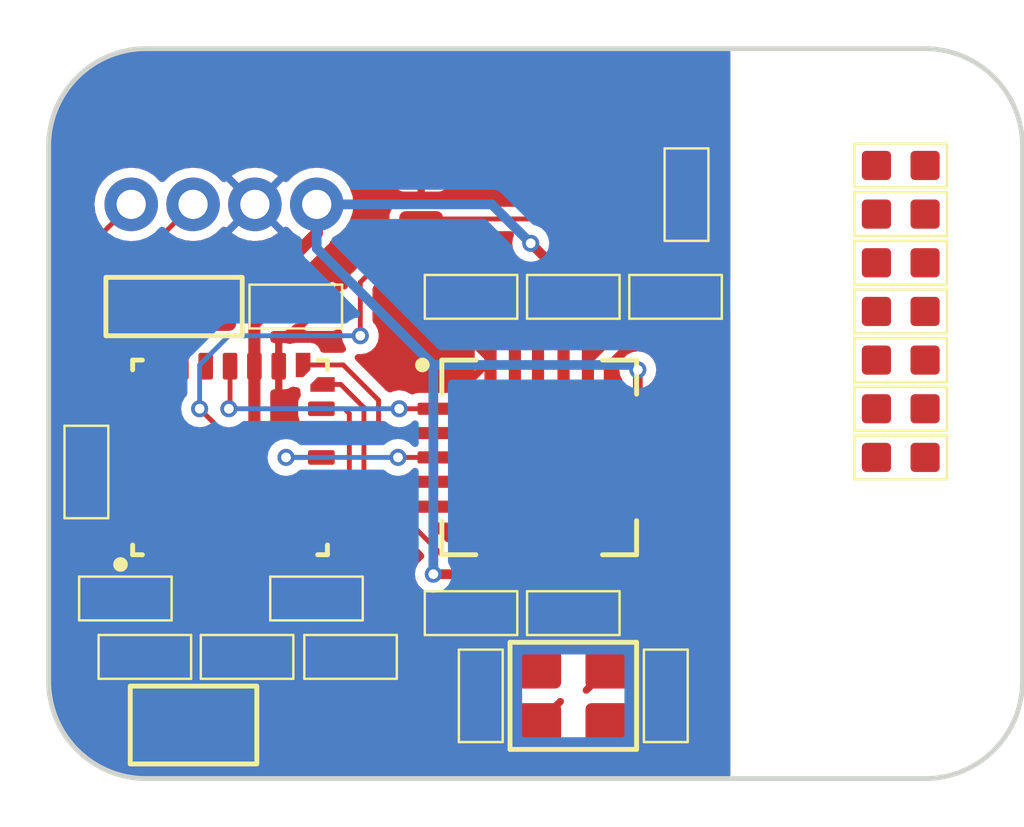
<source format=kicad_pcb>
(kicad_pcb (version 20221018) (generator pcbnew)
  (layers (0 "F.Cu" signal) (1 "In1.Cu" signal) (2 "In2.Cu" signal) (31 "B.Cu" signal) (34 "B.Paste" user) (35 "F.Paste" user) (36 "B.SilkS" user "B.Silkscreen") (37 "F.SilkS" user "F.Silkscreen") (38 "B.Mask" user) (39 "F.Mask" user) (44 "Edge.Cuts" user))
  (net 0 "")
  (net 3 "GND")
  (net 10 "+BATT")
  (net 11 "Net-(U2-VDD_PA)")
  (net 12 "/IRQ")
  (net 13 "/CE")
  (net 14 "/CS")
  (net 15 "/SCK")
  (net 16 "/MISO")
  (net 17 "/MOSI")
  (net 18 "/SWDIO")
  (net 19 "/SWCLK")
  (net 20 "Net-(C16-Pad1)")
  (net 21 "Antenna")
  (net 22 "Net-(U2-ANT2)")
  (net 23 "Net-(U2-ANT1)")
  (net 24 "/NRST")
  (net 25 "/DVDD")
  (net 26 "/OSC32_IN")
  (net 27 "/OSC32_OUT")
  (net 28 "/OSC16_1")
  (net 29 "/OSC16_2")
  (net 30 "/BOOT0")
  (net 31 "/IREF")
  (footprint "Kylian:[0402] Resistor" (layer "F.Cu") (at 96.77475 88.60025 180)
    (fp_text reference "R3" hide)
    (fp_text value "1M" hide)
    (fp_line (start -0.95 -0.45) (end 0.95 -0.45) (stroke (width 0.05)) (layer "F.SilkS"))
    (fp_line (start -0.95 0.45) (end -0.95 -0.45) (stroke (width 0.05)) (layer "F.SilkS"))
    (fp_line (start 0.95 -0.45) (end 0.95 0.45) (stroke (width 0.05)) (layer "F.SilkS"))
    (fp_line (start 0.95 0.45) (end -0.95 0.45) (stroke (width 0.05)) (layer "F.SilkS"))
    (pad "1" smd roundrect (at -0.5 0 180) (size 0.6 0.6) (layers "F.Cu" "F.Paste" "F.Mask") (roundrect_rratio 0.15) (net 29 "/OSC16_2"))
    (pad "2" smd roundrect (at 0.5 0 180) (size 0.6 0.6) (layers "F.Cu" "F.Paste" "F.Mask") (roundrect_rratio 0.15) (net 28 "/OSC16_1"))
  )
  (footprint "Kylian:[0402] Resistor" (layer "F.Cu") (at 98.87475 82.10025 180)
    (fp_text reference "R2" hide)
    (fp_text value "22k" hide)
    (fp_line (start -0.95 -0.45) (end 0.95 -0.45) (stroke (width 0.05)) (layer "F.SilkS"))
    (fp_line (start -0.95 0.45) (end -0.95 -0.45) (stroke (width 0.05)) (layer "F.SilkS"))
    (fp_line (start 0.95 -0.45) (end 0.95 0.45) (stroke (width 0.05)) (layer "F.SilkS"))
    (fp_line (start 0.95 0.45) (end -0.95 0.45) (stroke (width 0.05)) (layer "F.SilkS"))
    (pad "1" smd roundrect (at -0.5 0 180) (size 0.6 0.6) (layers "F.Cu" "F.Paste" "F.Mask") (roundrect_rratio 0.15) (net 3 "GND"))
    (pad "2" smd roundrect (at 0.5 0 180) (size 0.6 0.6) (layers "F.Cu" "F.Paste" "F.Mask") (roundrect_rratio 0.15) (net 31 "/IREF"))
  )
  (footprint "Kylian:[0402] Capacitor" (layer "F.Cu") (at 103.5 80.4)
    (fp_text reference "C15" hide)
    (fp_text value "2.2nF" hide)
    (fp_line (start -0.95 -0.45) (end 0.95 -0.45) (stroke (width 0.05)) (layer "F.SilkS"))
    (fp_line (start -0.95 0.45) (end -0.95 -0.45) (stroke (width 0.05)) (layer "F.SilkS"))
    (fp_line (start 0.95 -0.45) (end 0.95 0.45) (stroke (width 0.05)) (layer "F.SilkS"))
    (fp_line (start 0.95 0.45) (end -0.95 0.45) (stroke (width 0.05)) (layer "F.SilkS"))
    (pad "1" smd roundrect (at -0.5 0) (size 0.6 0.6) (layers "F.Cu" "F.Paste" "F.Mask") (roundrect_rratio 0.15) (net 3 "GND"))
    (pad "2" smd roundrect (at 0.5 0) (size 0.6 0.6) (layers "F.Cu" "F.Paste" "F.Mask") (roundrect_rratio 0.15) (net 11 "Net-(U2-VDD_PA)"))
  )
  (footprint "Kylian:[0402] Capacitor" (layer "F.Cu") (at 94.87475 90.30025 90)
    (fp_text reference "C12" hide)
    (fp_text value "16pF" hide)
    (fp_line (start -0.95 -0.45) (end 0.95 -0.45) (stroke (width 0.05)) (layer "F.SilkS"))
    (fp_line (start -0.95 0.45) (end -0.95 -0.45) (stroke (width 0.05)) (layer "F.SilkS"))
    (fp_line (start 0.95 -0.45) (end 0.95 0.45) (stroke (width 0.05)) (layer "F.SilkS"))
    (fp_line (start 0.95 0.45) (end -0.95 0.45) (stroke (width 0.05)) (layer "F.SilkS"))
    (pad "1" smd roundrect (at -0.5 0 90) (size 0.6 0.6) (layers "F.Cu" "F.Paste" "F.Mask") (roundrect_rratio 0.15) (net 3 "GND"))
    (pad "2" smd roundrect (at 0.5 0 90) (size 0.6 0.6) (layers "F.Cu" "F.Paste" "F.Mask") (roundrect_rratio 0.15) (net 28 "/OSC16_1"))
  )
  (footprint "Kylian:[0402] Capacitor" (layer "F.Cu") (at 103.5 79.4)
    (fp_text reference "C14" hide)
    (fp_text value "4.7pF" hide)
    (fp_line (start -0.95 -0.45) (end 0.95 -0.45) (stroke (width 0.05)) (layer "F.SilkS"))
    (fp_line (start -0.95 0.45) (end -0.95 -0.45) (stroke (width 0.05)) (layer "F.SilkS"))
    (fp_line (start 0.95 -0.45) (end 0.95 0.45) (stroke (width 0.05)) (layer "F.SilkS"))
    (fp_line (start 0.95 0.45) (end -0.95 0.45) (stroke (width 0.05)) (layer "F.SilkS"))
    (pad "1" smd roundrect (at -0.5 0) (size 0.6 0.6) (layers "F.Cu" "F.Paste" "F.Mask") (roundrect_rratio 0.15) (net 3 "GND"))
    (pad "2" smd roundrect (at 0.5 0) (size 0.6 0.6) (layers "F.Cu" "F.Paste" "F.Mask") (roundrect_rratio 0.15) (net 11 "Net-(U2-VDD_PA)"))
  )
  (footprint "Kylian:[0402] Inductor" (layer "F.Cu") (at 103.5 84.4)
    (fp_text reference "L2" hide)
    (fp_text value "3.9nH" hide)
    (fp_line (start -0.95 -0.45) (end 0.95 -0.45) (stroke (width 0.05)) (layer "F.SilkS"))
    (fp_line (start -0.95 0.45) (end -0.95 -0.45) (stroke (width 0.05)) (layer "F.SilkS"))
    (fp_line (start 0.95 -0.45) (end 0.95 0.45) (stroke (width 0.05)) (layer "F.SilkS"))
    (fp_line (start 0.95 0.45) (end -0.95 0.45) (stroke (width 0.05)) (layer "F.SilkS"))
    (pad "1" smd roundrect (at -0.5 0) (size 0.6 0.6) (layers "F.Cu" "F.Paste" "F.Mask") (roundrect_rratio 0.15) (net 22 "Net-(U2-ANT2)"))
    (pad "2" smd roundrect (at 0.5 0) (size 0.6 0.6) (layers "F.Cu" "F.Paste" "F.Mask") (roundrect_rratio 0.15) (net 20 "Net-(C16-Pad1)"))
  )
  (footprint "Kylian:[0402] Capacitor" (layer "F.Cu") (at 87.57475 88.3)
    (fp_text reference "C4" hide)
    (fp_text value "100nF" hide)
    (fp_line (start -0.95 -0.45) (end 0.95 -0.45) (stroke (width 0.05)) (layer "F.SilkS"))
    (fp_line (start -0.95 0.45) (end -0.95 -0.45) (stroke (width 0.05)) (layer "F.SilkS"))
    (fp_line (start 0.95 -0.45) (end 0.95 0.45) (stroke (width 0.05)) (layer "F.SilkS"))
    (fp_line (start 0.95 0.45) (end -0.95 0.45) (stroke (width 0.05)) (layer "F.SilkS"))
    (pad "1" smd roundrect (at -0.5 0) (size 0.6 0.6) (layers "F.Cu" "F.Paste" "F.Mask") (roundrect_rratio 0.15) (net 3 "GND"))
    (pad "2" smd roundrect (at 0.5 0) (size 0.6 0.6) (layers "F.Cu" "F.Paste" "F.Mask") (roundrect_rratio 0.15) (net 10 "+BATT"))
  )
  (footprint "Kylian:[0402] Capacitor" (layer "F.Cu") (at 98.67475 90.30025 90)
    (fp_text reference "C13" hide)
    (fp_text value "16pF" hide)
    (fp_line (start -0.95 -0.45) (end 0.95 -0.45) (stroke (width 0.05)) (layer "F.SilkS"))
    (fp_line (start -0.95 0.45) (end -0.95 -0.45) (stroke (width 0.05)) (layer "F.SilkS"))
    (fp_line (start 0.95 -0.45) (end 0.95 0.45) (stroke (width 0.05)) (layer "F.SilkS"))
    (fp_line (start 0.95 0.45) (end -0.95 0.45) (stroke (width 0.05)) (layer "F.SilkS"))
    (pad "1" smd roundrect (at -0.5 0 90) (size 0.6 0.6) (layers "F.Cu" "F.Paste" "F.Mask") (roundrect_rratio 0.15) (net 3 "GND"))
    (pad "2" smd roundrect (at 0.5 0 90) (size 0.6 0.6) (layers "F.Cu" "F.Paste" "F.Mask") (roundrect_rratio 0.15) (net 29 "/OSC16_2"))
  )
  (footprint "Kylian:[0402] Capacitor" (layer "F.Cu") (at 92.2 89.5 180)
    (fp_text reference "C5" hide)
    (fp_text value "1uF" hide)
    (fp_line (start -0.95 -0.45) (end 0.95 -0.45) (stroke (width 0.05)) (layer "F.SilkS"))
    (fp_line (start -0.95 0.45) (end -0.95 -0.45) (stroke (width 0.05)) (layer "F.SilkS"))
    (fp_line (start 0.95 -0.45) (end 0.95 0.45) (stroke (width 0.05)) (layer "F.SilkS"))
    (fp_line (start 0.95 0.45) (end -0.95 0.45) (stroke (width 0.05)) (layer "F.SilkS"))
    (pad "1" smd roundrect (at -0.5 0 180) (size 0.6 0.6) (layers "F.Cu" "F.Paste" "F.Mask") (roundrect_rratio 0.15) (net 3 "GND"))
    (pad "2" smd roundrect (at 0.5 0 180) (size 0.6 0.6) (layers "F.Cu" "F.Paste" "F.Mask") (roundrect_rratio 0.15) (net 10 "+BATT"))
  )
  (footprint "Kylian:[0402] Resistor" (layer "F.Cu") (at 86.77475 85.70025 -90)
    (fp_text reference "R1" hide)
    (fp_text value "10k" hide)
    (fp_line (start -0.95 -0.45) (end 0.95 -0.45) (stroke (width 0.05)) (layer "F.SilkS"))
    (fp_line (start -0.95 0.45) (end -0.95 -0.45) (stroke (width 0.05)) (layer "F.SilkS"))
    (fp_line (start 0.95 -0.45) (end 0.95 0.45) (stroke (width 0.05)) (layer "F.SilkS"))
    (fp_line (start 0.95 0.45) (end -0.95 0.45) (stroke (width 0.05)) (layer "F.SilkS"))
    (pad "1" smd roundrect (at -0.5 0 270) (size 0.6 0.6) (layers "F.Cu" "F.Paste" "F.Mask") (roundrect_rratio 0.15) (net 3 "GND"))
    (pad "2" smd roundrect (at 0.5 0 270) (size 0.6 0.6) (layers "F.Cu" "F.Paste" "F.Mask") (roundrect_rratio 0.15) (net 30 "/BOOT0"))
  )
  (footprint "Kylian:[0402] Capacitor" (layer "F.Cu") (at 99.1 80 -90)
    (fp_text reference "C1" hide)
    (fp_text value "100nF" hide)
    (fp_line (start -0.95 -0.45) (end 0.95 -0.45) (stroke (width 0.05)) (layer "F.SilkS"))
    (fp_line (start -0.95 0.45) (end -0.95 -0.45) (stroke (width 0.05)) (layer "F.SilkS"))
    (fp_line (start 0.95 -0.45) (end 0.95 0.45) (stroke (width 0.05)) (layer "F.SilkS"))
    (fp_line (start 0.95 0.45) (end -0.95 0.45) (stroke (width 0.05)) (layer "F.SilkS"))
    (pad "1" smd roundrect (at -0.5 0 270) (size 0.6 0.6) (layers "F.Cu" "F.Paste" "F.Mask") (roundrect_rratio 0.15) (net 3 "GND"))
    (pad "2" smd roundrect (at 0.5 0 270) (size 0.6 0.6) (layers "F.Cu" "F.Paste" "F.Mask") (roundrect_rratio 0.15) (net 24 "/NRST"))
  )
  (footprint "Kylian:[0402] Capacitor" (layer "F.Cu") (at 87.97475 89.5)
    (fp_text reference "C10" hide)
    (fp_text value "11pF" hide)
    (fp_line (start -0.95 -0.45) (end 0.95 -0.45) (stroke (width 0.05)) (layer "F.SilkS"))
    (fp_line (start -0.95 0.45) (end -0.95 -0.45) (stroke (width 0.05)) (layer "F.SilkS"))
    (fp_line (start 0.95 -0.45) (end 0.95 0.45) (stroke (width 0.05)) (layer "F.SilkS"))
    (fp_line (start 0.95 0.45) (end -0.95 0.45) (stroke (width 0.05)) (layer "F.SilkS"))
    (pad "1" smd roundrect (at -0.5 0) (size 0.6 0.6) (layers "F.Cu" "F.Paste" "F.Mask") (roundrect_rratio 0.15) (net 3 "GND"))
    (pad "2" smd roundrect (at 0.5 0) (size 0.6 0.6) (layers "F.Cu" "F.Paste" "F.Mask") (roundrect_rratio 0.15) (net 26 "/OSC32_IN"))
  )
  (footprint "Kylian:[QFN20]" (layer "F.Cu") (at 96.07475 85.40025)
    (fp_text reference "U2" hide)
    (fp_text value "~" hide)
    (fp_line (start -2 -2) (end -2 -1.3) (stroke (width 0.1)) (layer "F.SilkS"))
    (fp_line (start -2 -2) (end -1.3 -2) (stroke (width 0.1)) (layer "F.SilkS"))
    (fp_line (start -2 2) (end -2 1.3) (stroke (width 0.1)) (layer "F.SilkS"))
    (fp_line (start -2 2) (end -1.3 2) (stroke (width 0.1)) (layer "F.SilkS"))
    (fp_line (start 2 -2) (end 1.3 -2) (stroke (width 0.1)) (layer "F.SilkS"))
    (fp_line (start 2 -2) (end 2 -1.3) (stroke (width 0.1)) (layer "F.SilkS"))
    (fp_line (start 2 2) (end 1.3 2) (stroke (width 0.1)) (layer "F.SilkS"))
    (fp_line (start 2 2) (end 2 1.3) (stroke (width 0.1)) (layer "F.SilkS"))
    (fp_circle (center -2.4 -1.9) (end -2.3 -1.9) (stroke (width 0.1)) (fill solid) (layer "F.SilkS"))
    (pad "0" smd roundrect (at 0 0) (size 2.7 2.7) (layers "F.Cu" "F.Paste" "F.Mask") (roundrect_rratio 0.05) (net 3 "GND"))
    (pad "1" smd roundrect (at -2 -1) (size 1 0.25) (layers "F.Cu" "F.Paste" "F.Mask") (roundrect_rratio 0.15) (net 13 "/CE"))
    (pad "2" smd roundrect (at -2 -0.5) (size 1 0.25) (layers "F.Cu" "F.Paste" "F.Mask") (roundrect_rratio 0.15) (net 14 "/CS"))
    (pad "3" smd roundrect (at -2 0) (size 1 0.25) (layers "F.Cu" "F.Paste" "F.Mask") (roundrect_rratio 0.15) (net 15 "/SCK"))
    (pad "4" smd roundrect (at -2 0.5) (size 1 0.25) (layers "F.Cu" "F.Paste" "F.Mask") (roundrect_rratio 0.15) (net 16 "/MISO"))
    (pad "5" smd roundrect (at -2 1.0125) (size 1 0.25) (layers "F.Cu" "F.Paste" "F.Mask") (roundrect_rratio 0.15) (net 17 "/MOSI"))
    (pad "6" smd roundrect (at -1 2) (size 0.25 1) (layers "F.Cu" "F.Paste" "F.Mask") (roundrect_rratio 0.15) (net 12 "/IRQ"))
    (pad "7" smd roundrect (at -0.5 2) (size 0.25 1) (layers "F.Cu" "F.Paste" "F.Mask") (roundrect_rratio 0.15) (net 10 "+BATT"))
    (pad "8" smd roundrect (at 0 2) (size 0.25 1) (layers "F.Cu" "F.Paste" "F.Mask") (roundrect_rratio 0.15) (net 3 "GND"))
    (pad "9" smd roundrect (at 0.5 2) (size 0.25 1) (layers "F.Cu" "F.Paste" "F.Mask") (roundrect_rratio 0.15) (net 28 "/OSC16_1"))
    (pad "10" smd roundrect (at 1 2) (size 0.25 1) (layers "F.Cu" "F.Paste" "F.Mask") (roundrect_rratio 0.15) (net 29 "/OSC16_2"))
    (pad "11" smd roundrect (at 2 1) (size 1 0.25) (layers "F.Cu" "F.Paste" "F.Mask") (roundrect_rratio 0.15) (net 11 "Net-(U2-VDD_PA)"))
    (pad "12" smd roundrect (at 2 0.5) (size 1 0.25) (layers "F.Cu" "F.Paste" "F.Mask") (roundrect_rratio 0.15) (net 23 "Net-(U2-ANT1)"))
    (pad "13" smd roundrect (at 2 0) (size 1 0.25) (layers "F.Cu" "F.Paste" "F.Mask") (roundrect_rratio 0.15) (net 22 "Net-(U2-ANT2)"))
    (pad "14" smd roundrect (at 2 -0.5) (size 1 0.25) (layers "F.Cu" "F.Paste" "F.Mask") (roundrect_rratio 0.15) (net 3 "GND"))
    (pad "15" smd roundrect (at 2 -1) (size 1 0.25) (layers "F.Cu" "F.Paste" "F.Mask") (roundrect_rratio 0.15) (net 10 "+BATT"))
    (pad "16" smd roundrect (at 1 -2) (size 0.25 1) (layers "F.Cu" "F.Paste" "F.Mask") (roundrect_rratio 0.15) (net 31 "/IREF"))
    (pad "17" smd roundrect (at 0.5 -2) (size 0.25 1) (layers "F.Cu" "F.Paste" "F.Mask") (roundrect_rratio 0.15) (net 3 "GND"))
    (pad "18" smd roundrect (at -0.025 -2) (size 0.25 1) (layers "F.Cu" "F.Paste" "F.Mask") (roundrect_rratio 0.15) (net 10 "+BATT"))
    (pad "19" smd roundrect (at -0.5 -2) (size 0.25 1) (layers "F.Cu" "F.Paste" "F.Mask") (roundrect_rratio 0.15) (net 25 "/DVDD"))
    (pad "20" smd roundrect (at -1 -2) (size 0.25 1) (layers "F.Cu" "F.Paste" "F.Mask") (roundrect_rratio 0.15) (net 3 "GND"))
  )
  (footprint "Kylian:[0402] Capacitor" (layer "F.Cu") (at 91.07475 82.30025 180)
    (fp_text reference "C3" hide)
    (fp_text value "100nF" hide)
    (fp_line (start -0.95 -0.45) (end 0.95 -0.45) (stroke (width 0.05)) (layer "F.SilkS"))
    (fp_line (start -0.95 0.45) (end -0.95 -0.45) (stroke (width 0.05)) (layer "F.SilkS"))
    (fp_line (start 0.95 -0.45) (end 0.95 0.45) (stroke (width 0.05)) (layer "F.SilkS"))
    (fp_line (start 0.95 0.45) (end -0.95 0.45) (stroke (width 0.05)) (layer "F.SilkS"))
    (pad "1" smd roundrect (at -0.5 0 180) (size 0.6 0.6) (layers "F.Cu" "F.Paste" "F.Mask") (roundrect_rratio 0.15) (net 3 "GND"))
    (pad "2" smd roundrect (at 0.5 0 180) (size 0.6 0.6) (layers "F.Cu" "F.Paste" "F.Mask") (roundrect_rratio 0.15) (net 10 "+BATT"))
  )
  (footprint "Kylian:[SW] 4.1mmx2.8mm" (layer "F.Cu") (at 95.7 79.2375)
    (fp_text reference "S1" hide)
    (fp_text value "RESET" hide)
    (pad "1" smd roundrect (at -2.05 0) (size 0.9 1) (layers "F.Cu" "F.Paste" "F.Mask") (roundrect_rratio 0.15) (net 3 "GND"))
    (pad "1" smd roundrect (at 2.05 0) (size 0.9 1) (layers "F.Cu" "F.Paste" "F.Mask") (roundrect_rratio 0.15) (net 3 "GND"))
    (pad "2" smd roundrect (at -2.05 1.6) (size 0.9 1) (layers "F.Cu" "F.Paste" "F.Mask") (roundrect_rratio 0.15) (net 24 "/NRST"))
    (pad "2" smd roundrect (at 2.05 1.6) (size 0.9 1) (layers "F.Cu" "F.Paste" "F.Mask") (roundrect_rratio 0.15) (net 24 "/NRST"))
    (pad "3" smd roundrect (at 0 -0.625) (size 1.7 0.55) (layers "F.Cu" "F.Paste" "F.Mask") (roundrect_rratio 0.15) (net 3 "GND"))
  )
  (footprint "Kylian:[0402] Capacitor" (layer "F.Cu") (at 94.67475 88.60025)
    (fp_text reference "C8" hide)
    (fp_text value "10nF" hide)
    (fp_line (start -0.95 -0.45) (end 0.95 -0.45) (stroke (width 0.05)) (layer "F.SilkS"))
    (fp_line (start -0.95 0.45) (end -0.95 -0.45) (stroke (width 0.05)) (layer "F.SilkS"))
    (fp_line (start 0.95 -0.45) (end 0.95 0.45) (stroke (width 0.05)) (layer "F.SilkS"))
    (fp_line (start 0.95 0.45) (end -0.95 0.45) (stroke (width 0.05)) (layer "F.SilkS"))
    (pad "1" smd roundrect (at -0.5 0) (size 0.6 0.6) (layers "F.Cu" "F.Paste" "F.Mask") (roundrect_rratio 0.15) (net 3 "GND"))
    (pad "2" smd roundrect (at 0.5 0) (size 0.6 0.6) (layers "F.Cu" "F.Paste" "F.Mask") (roundrect_rratio 0.15) (net 10 "+BATT"))
  )
  (footprint "Kylian:[Header] 1.27mm 4-Position" (layer "F.Cu") (at 89.6 80.2)
    (fp_text reference "J1" hide)
    (fp_text value "[Header]_4-Pos_1.27mm" hide)
    (pad "1" thru_hole circle (at -1.905 0) (size 1.1 1.1) (drill 0.6) (layers "*.Cu" "*.Mask") (net 19 "/SWCLK"))
    (pad "2" thru_hole circle (at -0.635 0) (size 1.1 1.1) (drill 0.6) (layers "*.Cu" "*.Mask") (net 18 "/SWDIO"))
    (pad "3" thru_hole circle (at 0.635 0) (size 1.1 1.1) (drill 0.6) (layers "*.Cu" "*.Mask") (net 3 "GND"))
    (pad "4" thru_hole circle (at 1.905 0) (size 1.1 1.1) (drill 0.6) (layers "*.Cu" "*.Mask") (net 10 "+BATT"))
  )
  (footprint "Kylian:[0402] Capacitor" (layer "F.Cu") (at 103.5 81.4)
    (fp_text reference "C16" hide)
    (fp_text value "1.5pF" hide)
    (fp_line (start -0.95 -0.45) (end 0.95 -0.45) (stroke (width 0.05)) (layer "F.SilkS"))
    (fp_line (start -0.95 0.45) (end -0.95 -0.45) (stroke (width 0.05)) (layer "F.SilkS"))
    (fp_line (start 0.95 -0.45) (end 0.95 0.45) (stroke (width 0.05)) (layer "F.SilkS"))
    (fp_line (start 0.95 0.45) (end -0.95 0.45) (stroke (width 0.05)) (layer "F.SilkS"))
    (pad "1" smd roundrect (at -0.5 0) (size 0.6 0.6) (layers "F.Cu" "F.Paste" "F.Mask") (roundrect_rratio 0.15) (net 20 "Net-(C16-Pad1)"))
    (pad "2" smd roundrect (at 0.5 0) (size 0.6 0.6) (layers "F.Cu" "F.Paste" "F.Mask") (roundrect_rratio 0.15) (net 21 "Antenna"))
  )
  (footprint "Kylian:[0402] Capacitor" (layer "F.Cu") (at 103.5 82.4)
    (fp_text reference "C17" hide)
    (fp_text value "1pF" hide)
    (fp_line (start -0.95 -0.45) (end 0.95 -0.45) (stroke (width 0.05)) (layer "F.SilkS"))
    (fp_line (start -0.95 0.45) (end -0.95 -0.45) (stroke (width 0.05)) (layer "F.SilkS"))
    (fp_line (start 0.95 -0.45) (end 0.95 0.45) (stroke (width 0.05)) (layer "F.SilkS"))
    (fp_line (start 0.95 0.45) (end -0.95 0.45) (stroke (width 0.05)) (layer "F.SilkS"))
    (pad "1" smd roundrect (at -0.5 0) (size 0.6 0.6) (layers "F.Cu" "F.Paste" "F.Mask") (roundrect_rratio 0.15) (net 3 "GND"))
    (pad "2" smd roundrect (at 0.5 0) (size 0.6 0.6) (layers "F.Cu" "F.Paste" "F.Mask") (roundrect_rratio 0.15) (net 21 "Antenna"))
  )
  (footprint "Kylian:[0402] Capacitor" (layer "F.Cu") (at 94.67475 82.10025)
    (fp_text reference "C9" hide)
    (fp_text value "33nF" hide)
    (fp_line (start -0.95 -0.45) (end 0.95 -0.45) (stroke (width 0.05)) (layer "F.SilkS"))
    (fp_line (start -0.95 0.45) (end -0.95 -0.45) (stroke (width 0.05)) (layer "F.SilkS"))
    (fp_line (start 0.95 -0.45) (end 0.95 0.45) (stroke (width 0.05)) (layer "F.SilkS"))
    (fp_line (start 0.95 0.45) (end -0.95 0.45) (stroke (width 0.05)) (layer "F.SilkS"))
    (pad "1" smd roundrect (at -0.5 0) (size 0.6 0.6) (layers "F.Cu" "F.Paste" "F.Mask") (roundrect_rratio 0.15) (net 3 "GND"))
    (pad "2" smd roundrect (at 0.5 0) (size 0.6 0.6) (layers "F.Cu" "F.Paste" "F.Mask") (roundrect_rratio 0.15) (net 25 "/DVDD"))
  )
  (footprint "Kylian:[UFQFPN28]" (layer "F.Cu") (at 89.47475 85.40025 90)
    (fp_text reference "U1" hide)
    (fp_text value "~" hide)
    (fp_line (start -2 -1.75) (end -1.8 -1.75) (stroke (width 0.1)) (layer "F.SilkS"))
    (fp_line (start -2 -1.55) (end -2 -1.75) (stroke (width 0.1)) (layer "F.SilkS"))
    (fp_line (start -2 2.25) (end -2 2.05) (stroke (width 0.1)) (layer "F.SilkS"))
    (fp_line (start -1.8 2.25) (end -2 2.25) (stroke (width 0.1)) (layer "F.SilkS"))
    (fp_line (start 1.8 2.25) (end 2 2.25) (stroke (width 0.1)) (layer "F.SilkS"))
    (fp_line (start 2 -1.75) (end 1.8 -1.75) (stroke (width 0.1)) (layer "F.SilkS"))
    (fp_line (start 2 -1.75) (end 2 -1.55) (stroke (width 0.1)) (layer "F.SilkS"))
    (fp_line (start 2 2.25) (end 2 2.05) (stroke (width 0.1)) (layer "F.SilkS"))
    (fp_circle (center -2.2 -2) (end -2.1 -2) (stroke (width 0.1)) (fill solid) (layer "F.SilkS"))
    (pad "1" smd custom (at -1.9 -1.25 90) (size 0.3 0.3) (layers "F.Cu" "F.Paste" "F.Mask") (net 10 "+BATT") (options (clearance outline) (anchor circle)) (primitives (gr_poly (pts (xy -0.25 -0.15) (xy 0.1 -0.15) (xy 0.25 0) (xy 0.25 0.15) (xy -0.25 0.15)) (width 0.001) (fill yes))))
    (pad "2" smd roundrect (at -1.875 -0.75) (size 0.3 0.55) (layers "F.Cu" "F.Paste" "F.Mask") (roundrect_rratio 0.15) (net 26 "/OSC32_IN"))
    (pad "3" smd roundrect (at -1.875 -0.25) (size 0.3 0.55) (layers "F.Cu" "F.Paste" "F.Mask") (roundrect_rratio 0.15) (net 27 "/OSC32_OUT"))
    (pad "4" smd roundrect (at -1.875 0.25) (size 0.3 0.55) (layers "F.Cu" "F.Paste" "F.Mask") (roundrect_rratio 0.15) (net 24 "/NRST"))
    (pad "5" smd roundrect (at -1.875 0.75) (size 0.3 0.55) (layers "F.Cu" "F.Paste" "F.Mask") (roundrect_rratio 0.15) (net 10 "+BATT"))
    (pad "6" smd roundrect (at -1.875 1.25) (size 0.3 0.55) (layers "F.Cu" "F.Paste" "F.Mask") (roundrect_rratio 0.15))
    (pad "7" smd custom (at -1.9 1.75 90) (size 0.3 0.3) (layers "F.Cu" "F.Paste" "F.Mask") (options (clearance outline) (anchor circle)) (primitives (gr_poly (pts (xy -0.25 -0.15) (xy 0.25 -0.15) (xy 0.25 0) (xy 0.1 0.15) (xy -0.25 0.15)) (width 0.001) (fill yes))))
    (pad "8" smd custom (at -1.5 2.15 180) (size 0.3 0.3) (layers "F.Cu" "F.Paste" "F.Mask") (net 12 "/IRQ") (options (clearance outline) (anchor circle)) (primitives (gr_poly (pts (xy -0.25 -0.15) (xy 0.1 -0.15) (xy 0.25 0) (xy 0.25 0.15) (xy -0.25 0.15)) (width 0.001) (fill yes))))
    (pad "9" smd roundrect (at -1 2.125 180) (size 0.55 0.3) (layers "F.Cu" "F.Paste" "F.Mask") (roundrect_rratio 0.15))
    (pad "10" smd roundrect (at -0.5 2.125 180) (size 0.55 0.3) (layers "F.Cu" "F.Paste" "F.Mask") (roundrect_rratio 0.15))
    (pad "11" smd roundrect (at 0 2.125 180) (size 0.55 0.3) (layers "F.Cu" "F.Paste" "F.Mask") (roundrect_rratio 0.15) (net 15 "/SCK"))
    (pad "12" smd roundrect (at 0.5 2.125 180) (size 0.55 0.3) (layers "F.Cu" "F.Paste" "F.Mask") (roundrect_rratio 0.15))
    (pad "13" smd roundrect (at 1 2.125 180) (size 0.55 0.3) (layers "F.Cu" "F.Paste" "F.Mask") (roundrect_rratio 0.15) (net 17 "/MOSI"))
    (pad "14" smd custom (at 1.5 2.15 180) (size 0.3 0.3) (layers "F.Cu" "F.Paste" "F.Mask") (net 16 "/MISO") (options (clearance outline) (anchor circle)) (primitives (gr_poly (pts (xy -0.25 -0.15) (xy 0.25 -0.15) (xy 0.25 0) (xy 0.1 0.15) (xy -0.25 0.15)) (width 0.001) (fill yes))))
    (pad "15" smd custom (at 1.9 1.75 270) (size 0.3 0.3) (layers "F.Cu" "F.Paste" "F.Mask") (net 14 "/CS") (options (clearance outline) (anchor circle)) (primitives (gr_poly (pts (xy -0.25 -0.15) (xy 0.1 -0.15) (xy 0.25 0) (xy 0.25 0.15) (xy -0.25 0.15)) (width 0.001) (fill yes))))
    (pad "16" smd roundrect (at 1.875 1.25) (size 0.3 0.55) (layers "F.Cu" "F.Paste" "F.Mask") (roundrect_rratio 0.15) (net 3 "GND"))
    (pad "17" smd roundrect (at 1.875 0.75) (size 0.3 0.55) (layers "F.Cu" "F.Paste" "F.Mask") (roundrect_rratio 0.15) (net 10 "+BATT"))
    (pad "18" smd roundrect (at 1.875 0.25) (size 0.3 0.55) (layers "F.Cu" "F.Paste" "F.Mask") (roundrect_rratio 0.15) (net 13 "/CE"))
    (pad "19" smd roundrect (at 1.875 -0.25) (size 0.3 0.55) (layers "F.Cu" "F.Paste" "F.Mask") (roundrect_rratio 0.15))
    (pad "20" smd roundrect (at 1.875 -0.75) (size 0.3 0.55) (layers "F.Cu" "F.Paste" "F.Mask") (roundrect_rratio 0.15))
    (pad "21" smd custom (at 1.9 -1.25 270) (size 0.3 0.3) (layers "F.Cu" "F.Paste" "F.Mask") (net 18 "/SWDIO") (options (clearance outline) (anchor circle)) (primitives (gr_poly (pts (xy -0.25 -0.15) (xy 0.25 -0.15) (xy 0.25 0) (xy 0.1 0.15) (xy -0.25 0.15)) (width 0.001) (fill yes))))
    (pad "22" smd custom (at 1.5 -1.65) (size 0.3 0.3) (layers "F.Cu" "F.Paste" "F.Mask") (net 19 "/SWCLK") (options (clearance outline) (anchor circle)) (primitives (gr_poly (pts (xy -0.25 -0.15) (xy 0.1 -0.15) (xy 0.25 0) (xy 0.25 0.15) (xy -0.25 0.15)) (width 0.001) (fill yes))))
    (pad "23" smd roundrect (at 1 -1.625 180) (size 0.55 0.3) (layers "F.Cu" "F.Paste" "F.Mask") (roundrect_rratio 0.15))
    (pad "24" smd roundrect (at 0.5 -1.625 180) (size 0.55 0.3) (layers "F.Cu" "F.Paste" "F.Mask") (roundrect_rratio 0.15))
    (pad "25" smd roundrect (at 0 -1.625 180) (size 0.55 0.3) (layers "F.Cu" "F.Paste" "F.Mask") (roundrect_rratio 0.15))
    (pad "26" smd roundrect (at -0.5 -1.625 180) (size 0.55 0.3) (layers "F.Cu" "F.Paste" "F.Mask") (roundrect_rratio 0.15))
    (pad "27" smd roundrect (at -1 -1.625 180) (size 0.55 0.3) (layers "F.Cu" "F.Paste" "F.Mask") (roundrect_rratio 0.15) (net 30 "/BOOT0"))
    (pad "28" smd custom (at -1.5 -1.65) (size 0.3 0.3) (layers "F.Cu" "F.Paste" "F.Mask") (net 3 "GND") (options (clearance outline) (anchor circle)) (primitives (gr_poly (pts (xy -0.25 -0.15) (xy 0.25 -0.15) (xy 0.25 0) (xy 0.1 0.15) (xy -0.25 0.15)) (width 0.001) (fill yes))))
  )
  (footprint "Kylian:[0402] Inductor" (layer "F.Cu") (at 103.5 85.4)
    (fp_text reference "L3" hide)
    (fp_text value "2.7nH" hide)
    (fp_line (start -0.95 -0.45) (end 0.95 -0.45) (stroke (width 0.05)) (layer "F.SilkS"))
    (fp_line (start -0.95 0.45) (end -0.95 -0.45) (stroke (width 0.05)) (layer "F.SilkS"))
    (fp_line (start 0.95 -0.45) (end 0.95 0.45) (stroke (width 0.05)) (layer "F.SilkS"))
    (fp_line (start 0.95 0.45) (end -0.95 0.45) (stroke (width 0.05)) (layer "F.SilkS"))
    (pad "1" smd roundrect (at -0.5 0) (size 0.6 0.6) (layers "F.Cu" "F.Paste" "F.Mask") (roundrect_rratio 0.15) (net 23 "Net-(U2-ANT1)"))
    (pad "2" smd roundrect (at 0.5 0) (size 0.6 0.6) (layers "F.Cu" "F.Paste" "F.Mask") (roundrect_rratio 0.15) (net 11 "Net-(U2-VDD_PA)"))
  )
  (footprint "Kylian:[0603] Capacitor" (layer "F.Cu") (at 88.57475 82.30025)
    (fp_text reference "C6" hide)
    (fp_text value "10uF" hide)
    (fp_rect (start -1.4 -0.6) (end 1.4 0.6) (stroke (width 0.1)) (fill none) (layer "F.SilkS"))
    (pad "1" smd roundrect (at -0.8 0) (size 0.95 1) (layers "F.Cu" "F.Paste" "F.Mask") (roundrect_rratio 0.15) (net 3 "GND"))
    (pad "2" smd roundrect (at 0.8 0) (size 0.95 1) (layers "F.Cu" "F.Paste" "F.Mask") (roundrect_rratio 0.15) (net 10 "+BATT"))
  )
  (footprint "Kylian:[0402] Capacitor" (layer "F.Cu") (at 96.77475 82.10025 180)
    (fp_text reference "C7" hide)
    (fp_text value "1nF" hide)
    (fp_line (start -0.95 -0.45) (end 0.95 -0.45) (stroke (width 0.05)) (layer "F.SilkS"))
    (fp_line (start -0.95 0.45) (end -0.95 -0.45) (stroke (width 0.05)) (layer "F.SilkS"))
    (fp_line (start 0.95 -0.45) (end 0.95 0.45) (stroke (width 0.05)) (layer "F.SilkS"))
    (fp_line (start 0.95 0.45) (end -0.95 0.45) (stroke (width 0.05)) (layer "F.SilkS"))
    (pad "1" smd roundrect (at -0.5 0 180) (size 0.6 0.6) (layers "F.Cu" "F.Paste" "F.Mask") (roundrect_rratio 0.15) (net 3 "GND"))
    (pad "2" smd roundrect (at 0.5 0 180) (size 0.6 0.6) (layers "F.Cu" "F.Paste" "F.Mask") (roundrect_rratio 0.15) (net 10 "+BATT"))
  )
  (footprint "Kylian:[0402] Capacitor" (layer "F.Cu") (at 91.5 88.3 180)
    (fp_text reference "C2" hide)
    (fp_text value "100nF" hide)
    (fp_line (start -0.95 -0.45) (end 0.95 -0.45) (stroke (width 0.05)) (layer "F.SilkS"))
    (fp_line (start -0.95 0.45) (end -0.95 -0.45) (stroke (width 0.05)) (layer "F.SilkS"))
    (fp_line (start 0.95 -0.45) (end 0.95 0.45) (stroke (width 0.05)) (layer "F.SilkS"))
    (fp_line (start 0.95 0.45) (end -0.95 0.45) (stroke (width 0.05)) (layer "F.SilkS"))
    (pad "1" smd roundrect (at -0.5 0 180) (size 0.6 0.6) (layers "F.Cu" "F.Paste" "F.Mask") (roundrect_rratio 0.15) (net 3 "GND"))
    (pad "2" smd roundrect (at 0.5 0 180) (size 0.6 0.6) (layers "F.Cu" "F.Paste" "F.Mask") (roundrect_rratio 0.15) (net 10 "+BATT"))
  )
  (footprint "Kylian:[0402] Inductor" (layer "F.Cu") (at 103.5 83.4)
    (fp_text reference "L1" hide)
    (fp_text value "8.2nH" hide)
    (fp_line (start -0.95 -0.45) (end 0.95 -0.45) (stroke (width 0.05)) (layer "F.SilkS"))
    (fp_line (start -0.95 0.45) (end -0.95 -0.45) (stroke (width 0.05)) (layer "F.SilkS"))
    (fp_line (start 0.95 -0.45) (end 0.95 0.45) (stroke (width 0.05)) (layer "F.SilkS"))
    (fp_line (start 0.95 0.45) (end -0.95 0.45) (stroke (width 0.05)) (layer "F.SilkS"))
    (pad "1" smd roundrect (at -0.5 0) (size 0.6 0.6) (layers "F.Cu" "F.Paste" "F.Mask") (roundrect_rratio 0.15) (net 22 "Net-(U2-ANT2)"))
    (pad "2" smd roundrect (at 0.5 0) (size 0.6 0.6) (layers "F.Cu" "F.Paste" "F.Mask") (roundrect_rratio 0.15) (net 23 "Net-(U2-ANT1)"))
  )
  (footprint "Kylian:[XTAL] 2.05mmx1.2mm" (layer "F.Cu") (at 88.97475 90.9)
    (fp_text reference "X1" hide)
    (fp_text value "32.768KHz" hide)
    (fp_rect (start -1.3 -0.8) (end 1.3 0.8) (stroke (width 0.1)) (fill none) (layer "F.SilkS"))
    (pad "1" smd roundrect (at -0.7 0) (size 0.8 1.4) (layers "F.Cu" "F.Paste" "F.Mask") (roundrect_rratio 0.15) (net 26 "/OSC32_IN"))
    (pad "2" smd roundrect (at 0.7 0) (size 0.8 1.4) (layers "F.Cu" "F.Paste" "F.Mask") (roundrect_rratio 0.15) (net 27 "/OSC32_OUT"))
  )
  (footprint "Kylian:[0402] Capacitor" (layer "F.Cu") (at 90.07475 89.5 180)
    (fp_text reference "C11" hide)
    (fp_text value "11pF" hide)
    (fp_line (start -0.95 -0.45) (end 0.95 -0.45) (stroke (width 0.05)) (layer "F.SilkS"))
    (fp_line (start -0.95 0.45) (end -0.95 -0.45) (stroke (width 0.05)) (layer "F.SilkS"))
    (fp_line (start 0.95 -0.45) (end 0.95 0.45) (stroke (width 0.05)) (layer "F.SilkS"))
    (fp_line (start 0.95 0.45) (end -0.95 0.45) (stroke (width 0.05)) (layer "F.SilkS"))
    (pad "1" smd roundrect (at -0.5 0 180) (size 0.6 0.6) (layers "F.Cu" "F.Paste" "F.Mask") (roundrect_rratio 0.15) (net 3 "GND"))
    (pad "2" smd roundrect (at 0.5 0 180) (size 0.6 0.6) (layers "F.Cu" "F.Paste" "F.Mask") (roundrect_rratio 0.15) (net 27 "/OSC32_OUT"))
  )
  (footprint "Kylian:[XTAL] 2mmx1.6mm" (layer "F.Cu") (at 96.77475 90.30025 180)
    (fp_text reference "X2" hide)
    (fp_text value "16MHz" hide)
    (fp_line (start -1.3 -1.1) (end 1.3 -1.1) (stroke (width 0.1)) (layer "F.SilkS"))
    (fp_line (start -1.3 1.1) (end -1.3 -1.1) (stroke (width 0.1)) (layer "F.SilkS"))
    (fp_line (start 1.3 -1.1) (end 1.3 1.1) (stroke (width 0.1)) (layer "F.SilkS"))
    (fp_line (start 1.3 1.1) (end -1.3 1.1) (stroke (width 0.1)) (layer "F.SilkS"))
    (pad "1" smd roundrect (at -0.7 -0.55 180) (size 0.9 0.8) (layers "F.Cu" "F.Paste" "F.Mask") (roundrect_rratio 0.15) (net 29 "/OSC16_2"))
    (pad "2" smd roundrect (at 0.7 -0.55 180) (size 0.9 0.8) (layers "F.Cu" "F.Paste" "F.Mask") (roundrect_rratio 0.15) (net 3 "GND"))
    (pad "3" smd roundrect (at 0.7 0.55 180) (size 0.9 0.8) (layers "F.Cu" "F.Paste" "F.Mask") (roundrect_rratio 0.15) (net 28 "/OSC16_1"))
    (pad "4" smd roundrect (at -0.7 0.55 180) (size 0.9 0.8) (layers "F.Cu" "F.Paste" "F.Mask") (roundrect_rratio 0.15) (net 3 "GND"))
  )
  (gr_arc (start 106 90) (mid 105.414214 91.414214) (end 104 92) (stroke (width 0.1)) (layer "Edge.Cuts"))
  (gr_line (start 104 77) (end 88 77) (stroke (width 0.1)) (layer "Edge.Cuts"))
  (gr_arc (start 104 77) (mid 105.414214 77.585786) (end 106 79) (stroke (width 0.1)) (layer "Edge.Cuts"))
  (gr_arc (start 88 92) (mid 86.585786 91.414214) (end 86 90) (stroke (width 0.1)) (layer "Edge.Cuts"))
  (gr_arc (start 86 79) (mid 86.585786 77.585786) (end 88 77) (stroke (width 0.1)) (layer "Edge.Cuts"))
  (gr_line (start 104 92) (end 88 92) (stroke (width 0.1)) (layer "Edge.Cuts"))
  (gr_line (start 106 90) (end 106 79) (stroke (width 0.1)) (layer "Edge.Cuts"))
  (gr_line (start 86 79) (end 86 90) (stroke (width 0.1)) (layer "Edge.Cuts"))
  (segment (start 97.27475 82.10025) (end 96.57475 82.80025) (width 0.1) (layer "F.Cu") (net 3))
  (segment (start 96.57475 82.80025) (end 96.57475 83.40025) (width 0.1) (layer "F.Cu") (net 3))
  (segment (start 90.22475 82.65025) (end 90.57475 82.30025) (width 0.25) (layer "F.Cu") (net 10))
  (segment (start 91 88.5) (end 91.7 89.2) (width 0.25) (layer "F.Cu") (net 10))
  (segment (start 98.1 84.375) (end 98.07475 84.40025) (width 0.2) (layer "F.Cu") (net 10))
  (segment (start 91 88.3) (end 91 88.5) (width 0.25) (layer "F.Cu") (net 10))
  (segment (start 88.07475 87.45025) (end 88.22475 87.30025) (width 0.25) (layer "F.Cu") (net 10))
  (segment (start 95.17475 88.60025) (end 95.57475 88.20025) (width 0.25) (layer "F.Cu") (net 10))
  (segment (start 94.3745 87.8) (end 93.9 87.8) (width 0.2) (layer "F.Cu") (net 10))
  (segment (start 96.27475 82.10025) (end 96.04975 82.32525) (width 0.2) (layer "F.Cu") (net 10))
  (segment (start 90.22475 87.27525) (end 90.22475 88.05) (width 0.25) (layer "F.Cu") (net 10))
  (segment (start 89.37475 82.30025) (end 90.57475 82.30025) (width 0.25) (layer "F.Cu") (net 10))
  (segment (start 98.1 83.6) (end 98.1 84.375) (width 0.2) (layer "F.Cu") (net 10))
  (segment (start 88.07475 88.3) (end 88.07475 87.45025) (width 0.25) (layer "F.Cu") (net 10))
  (segment (start 90.47475 88.3) (end 91 88.3) (width 0.25) (layer "F.Cu") (net 10))
  (segment (start 91.505 80.795) (end 90.57475 81.72525) (width 0.25) (layer "F.Cu") (net 10))
  (segment (start 91.7 89.2) (end 91.7 89.5) (width 0.25) (layer "F.Cu") (net 10))
  (segment (start 90.57475 81.72525) (end 90.57475 82.30025) (width 0.25) (layer "F.Cu") (net 10))
  (segment (start 95.57475 88.20025) (end 95.57475 87.40025) (width 0.25) (layer "F.Cu") (net 10))
  (segment (start 96.27475 82.10025) (end 96.27475 81.37475) (width 0.2) (layer "F.Cu") (net 10))
  (segment (start 90.22475 83.52525) (end 90.22475 82.65025) (width 0.25) (layer "F.Cu") (net 10))
  (segment (start 96.27475 81.37475) (end 95.9 81) (width 0.2) (layer "F.Cu") (net 10))
  (segment (start 90.22475 88.05) (end 90.47475 88.3) (width 0.25) (layer "F.Cu") (net 10))
  (segment (start 90.22475 83.52525) (end 90.22475 87.27525) (width 0.25) (layer "F.Cu") (net 10))
  (segment (start 95.17475 88.60025) (end 94.3745 87.8) (width 0.2) (layer "F.Cu") (net 10))
  (segment (start 96.04975 82.32525) (end 96.04975 83.40025) (width 0.2) (layer "F.Cu") (net 10))
  (segment (start 91.505 80.2) (end 91.505 80.795) (width 0.25) (layer "F.Cu") (net 10))
  (via (at 98.1 83.6) (size 0.35) (drill 0.2) (layers "F.Cu" "B.Cu") (net 10))
  (via (at 95.9 81) (size 0.35) (drill 0.2) (layers "F.Cu" "B.Cu") (net 10))
  (via (at 93.9 87.8) (size 0.35) (drill 0.2) (layers "F.Cu" "B.Cu") (net 10))
  (segment (start 93.9 83.5) (end 98 83.5) (width 0.2) (layer "B.Cu") (net 10))
  (segment (start 95.9 81) (end 95.1 80.2) (width 0.2) (layer "B.Cu") (net 10))
  (segment (start 93.9 83.5) (end 91.505 81.105) (width 0.2) (layer "B.Cu") (net 10))
  (segment (start 91.505 81.105) (end 91.505 80.2) (width 0.2) (layer "B.Cu") (net 10))
  (segment (start 95.1 80.2) (end 91.505 80.2) (width 0.2) (layer "B.Cu") (net 10))
  (segment (start 93.9 87.8) (end 93.9 83.5) (width 0.2) (layer "B.Cu") (net 10))
  (segment (start 98 83.5) (end 98.1 83.6) (width 0.2) (layer "B.Cu") (net 10))
  (segment (start 94.07475 87.40025) (end 95.07475 87.40025) (width 0.1) (layer "F.Cu") (net 12))
  (segment (start 91.62475 86.90025) (end 93.57475 86.90025) (width 0.1) (layer "F.Cu") (net 12))
  (segment (start 93.57475 86.90025) (end 94.07475 87.40025) (width 0.1) (layer "F.Cu") (net 12))
  (segment (start 89.7 84.40025) (end 89.72475 84.3755) (width 0.1) (layer "F.Cu") (net 13))
  (segment (start 89.72475 84.3755) (end 89.72475 83.52525) (width 0.1) (layer "F.Cu") (net 13))
  (segment (start 93.19925 84.40025) (end 94.07475 84.40025) (width 0.1) (layer "F.Cu") (net 13))
  (via (at 93.19925 84.40025) (size 0.35) (drill 0.2) (layers "F.Cu" "B.Cu") (net 13))
  (via (at 89.7 84.40025) (size 0.35) (drill 0.2) (layers "F.Cu" "B.Cu") (net 13))
  (segment (start 89.7 84.40025) (end 93.19925 84.40025) (width 0.1) (layer "B.Cu") (net 13))
  (segment (start 92.77475 84.80025) (end 92.87475 84.90025) (width 0.1) (layer "F.Cu") (net 14))
  (segment (start 92.87475 84.90025) (end 94.07475 84.90025) (width 0.1) (layer "F.Cu") (net 14))
  (segment (start 92.77475 84.225986) (end 92.77475 84.80025) (width 0.1) (layer "F.Cu") (net 14))
  (segment (start 91.22475 83.50025) (end 92.049014 83.50025) (width 0.1) (layer "F.Cu") (net 14))
  (segment (start 92.049014 83.50025) (end 92.77475 84.225986) (width 0.1) (layer "F.Cu") (net 14))
  (segment (start 93.17475 85.40025) (end 94.07475 85.40025) (width 0.1) (layer "F.Cu") (net 15))
  (segment (start 91.59975 85.40025) (end 90.87475 85.40025) (width 0.1) (layer "F.Cu") (net 15))
  (via (at 93.17475 85.40025) (size 0.35) (drill 0.2) (layers "F.Cu" "B.Cu") (net 15))
  (via (at 90.87475 85.40025) (size 0.35) (drill 0.2) (layers "F.Cu" "B.Cu") (net 15))
  (segment (start 90.87475 85.40025) (end 93.17475 85.40025) (width 0.1) (layer "B.Cu") (net 15))
  (segment (start 92.67475 85.90025) (end 94.07475 85.90025) (width 0.1) (layer "F.Cu") (net 16))
  (segment (start 91.999014 83.90025) (end 92.47475 84.375986) (width 0.1) (layer "F.Cu") (net 16))
  (segment (start 92.47475 85.70025) (end 92.67475 85.90025) (width 0.1) (layer "F.Cu") (net 16))
  (segment (start 91.62475 83.90025) (end 91.999014 83.90025) (width 0.1) (layer "F.Cu") (net 16))
  (segment (start 92.47475 84.375986) (end 92.47475 85.70025) (width 0.1) (layer "F.Cu") (net 16))
  (segment (start 92.17475 84.50025) (end 92.17475 86.10025) (width 0.1) (layer "F.Cu") (net 17))
  (segment (start 92.07475 84.40025) (end 92.17475 84.50025) (width 0.1) (layer "F.Cu") (net 17))
  (segment (start 91.59975 84.40025) (end 92.07475 84.40025) (width 0.1) (layer "F.Cu") (net 17))
  (segment (start 92.47475 86.40025) (end 94.06225 86.40025) (width 0.1) (layer "F.Cu") (net 17))
  (segment (start 94.06225 86.40025) (end 94.07475 86.41275) (width 0.1) (layer "F.Cu") (net 17))
  (segment (start 92.17475 86.10025) (end 92.47475 86.40025) (width 0.1) (layer "F.Cu") (net 17))
  (segment (start 86.9 83.2) (end 87.20025 83.50025) (width 0.1) (layer "F.Cu") (net 18))
  (segment (start 88.065 81.1) (end 87.219264 81.1) (width 0.1) (layer "F.Cu") (net 18))
  (segment (start 87.20025 83.50025) (end 88.22475 83.50025) (width 0.1) (layer "F.Cu") (net 18))
  (segment (start 88.965 80.2) (end 88.065 81.1) (width 0.1) (layer "F.Cu") (net 18))
  (segment (start 86.9 81.419264) (end 86.9 83.2) (width 0.1) (layer "F.Cu") (net 18))
  (segment (start 87.219264 81.1) (end 86.9 81.419264) (width 0.1) (layer "F.Cu") (net 18))
  (segment (start 87.00025 83.90025) (end 86.6 83.5) (width 0.1) (layer "F.Cu") (net 19))
  (segment (start 86.6 81.295) (end 87.695 80.2) (width 0.1) (layer "F.Cu") (net 19))
  (segment (start 86.6 83.5) (end 86.6 81.295) (width 0.1) (layer "F.Cu") (net 19))
  (segment (start 87.82475 83.90025) (end 87.00025 83.90025) (width 0.1) (layer "F.Cu") (net 19))
  (segment (start 93.3625 80.8375) (end 93.65 80.8375) (width 0.1) (layer "F.Cu") (net 24))
  (segment (start 97.75 80.8375) (end 97.4125 80.5) (width 0.1) (layer "F.Cu") (net 24))
  (segment (start 99.1 80.5) (end 98.7625 80.8375) (width 0.1) (layer "F.Cu") (net 24))
  (segment (start 98.7625 80.8375) (end 97.75 80.8375) (width 0.1) (layer "F.Cu") (net 24))
  (segment (start 89.72475 85.02475) (end 89.1 84.4) (width 0.1) (layer "F.Cu") (net 24))
  (segment (start 97.4125 80.5) (end 93.9875 80.5) (width 0.1) (layer "F.Cu") (net 24))
  (segment (start 93.9875 80.5) (end 93.65 80.8375) (width 0.1) (layer "F.Cu") (net 24))
  (segment (start 92.4 81.8) (end 93.3625 80.8375) (width 0.1) (layer "F.Cu") (net 24))
  (segment (start 92.4 82.9) (end 92.4 81.8) (width 0.1) (layer "F.Cu") (net 24))
  (segment (start 89.72475 87.27525) (end 89.72475 85.02475) (width 0.1) (layer "F.Cu") (net 24))
  (via (at 89.1 84.4) (size 0.35) (drill 0.2) (layers "F.Cu" "B.Cu") (net 24))
  (via (at 92.4 82.9) (size 0.35) (drill 0.2) (layers "F.Cu" "B.Cu") (net 24))
  (segment (start 89.7 82.9) (end 92.4 82.9) (width 0.1) (layer "B.Cu") (net 24))
  (segment (start 89.1 83.5) (end 89.2 83.4) (width 0.1) (layer "B.Cu") (net 24))
  (segment (start 89.1 84.4) (end 89.1 83.5) (width 0.1) (layer "B.Cu") (net 24))
  (segment (start 89.2 83.4) (end 89.7 82.9) (width 0.1) (layer "B.Cu") (net 24))
  (segment (start 95.57475 82.50025) (end 95.17475 82.10025) (width 0.2) (layer "F.Cu") (net 25))
  (segment (start 95.57475 83.40025) (end 95.57475 82.50025) (width 0.2) (layer "F.Cu") (net 25))
  (segment (start 88.72475 89.225736) (end 88.72475 87.27525) (width 0.1) (layer "F.Cu") (net 26))
  (segment (start 88.47475 89.475736) (end 88.72475 89.225736) (width 0.1) (layer "F.Cu") (net 26))
  (segment (start 88.47475 90.7) (end 88.27475 90.9) (width 0.1) (layer "F.Cu") (net 26))
  (segment (start 88.47475 89.5) (end 88.47475 89.475736) (width 0.1) (layer "F.Cu") (net 26))
  (segment (start 88.47475 89.5) (end 88.47475 90.7) (width 0.1) (layer "F.Cu") (net 26))
  (segment (start 88.72475 89.25) (end 88.47475 89.5) (width 0.1) (layer "F.Cu") (net 26))
  (segment (start 89.22475 89.15) (end 89.57475 89.5) (width 0.1) (layer "F.Cu") (net 27))
  (segment (start 89.67475 90.9) (end 89.67475 89.6) (width 0.1) (layer "F.Cu") (net 27))
  (segment (start 89.67475 89.6) (end 89.57475 89.5) (width 0.1) (layer "F.Cu") (net 27))
  (segment (start 89.22475 87.27525) (end 89.22475 89.15) (width 0.1) (layer "F.Cu") (net 27))
  (segment (start 95.27475 89.40025) (end 96.07475 89.40025) (width 0.1) (layer "F.Cu") (net 28))
  (segment (start 95.87475 89.75025) (end 95.87475 89.80025) (width 0.1) (layer "F.Cu") (net 28))
  (segment (start 94.87475 89.80025) (end 95.27475 89.40025) (width 0.1) (layer "F.Cu") (net 28))
  (segment (start 96.07475 89.75025) (end 95.87475 89.75025) (width 0.1) (layer "F.Cu") (net 28))
  (segment (start 96.27475 88.60025) (end 96.07475 88.80025) (width 0.1) (layer "F.Cu") (net 28))
  (segment (start 96.07475 88.80025) (end 96.07475 89.40025) (width 0.1) (layer "F.Cu") (net 28))
  (segment (start 96.57475 87.40025) (end 96.57475 88.30025) (width 0.1) (layer "F.Cu") (net 28))
  (segment (start 96.07475 89.60025) (end 96.27475 89.60025) (width 0.1) (layer "F.Cu") (net 28))
  (segment (start 96.57475 88.30025) (end 96.27475 88.60025) (width 0.1) (layer "F.Cu") (net 28))
  (segment (start 96.07475 89.75025) (end 96.07475 89.60025) (width 0.1) (layer "F.Cu") (net 28))
  (segment (start 97.27475 88.60025) (end 97.87475 88.60025) (width 0.1) (layer "F.Cu") (net 29))
  (segment (start 97.87475 90.60025) (end 97.87475 91.141671) (width 0.1) (layer "F.Cu") (net 29))
  (segment (start 97.27475 88.60025) (end 97.07475 88.40025) (width 0.1) (layer "F.Cu") (net 29))
  (segment (start 97.87475 91.141671) (end 97.816171 91.20025) (width 0.1) (layer "F.Cu") (net 29))
  (segment (start 98.67475 89.40025) (end 98.67475 89.80025) (width 0.1) (layer "F.Cu") (net 29))
  (segment (start 97.816171 91.20025) (end 97.47475 91.20025) (width 0.1) (layer "F.Cu") (net 29))
  (segment (start 97.87475 88.60025) (end 98.67475 89.40025) (width 0.1) (layer "F.Cu") (net 29))
  (segment (start 98.67475 89.80025) (end 97.87475 90.60025) (width 0.1) (layer "F.Cu") (net 29))
  (segment (start 97.07475 88.40025) (end 97.07475 87.40025) (width 0.1) (layer "F.Cu") (net 29))
  (segment (start 86.77475 86.20025) (end 86.97475 86.40025) (width 0.1) (layer "F.Cu") (net 30))
  (segment (start 86.97475 86.40025) (end 87.84975 86.40025) (width 0.1) (layer "F.Cu") (net 30))
  (segment (start 97.07475 83.40025) (end 98.37475 82.10025) (width 0.2) (layer "F.Cu") (net 31))
  (zone (net 3) (net_name "GND") (layers "F.Cu" "In1.Cu" "In2.Cu" "B.Cu") (connect_pads (clearance 0.15)) (min_thickness 0.15) (fill yes (thermal_gap 0.2) (thermal_bridge_width 0.15))
    (polygon (pts (xy 100 93) (xy 100 76) (xy 85 76) (xy 85 93)))
  )
)
</source>
